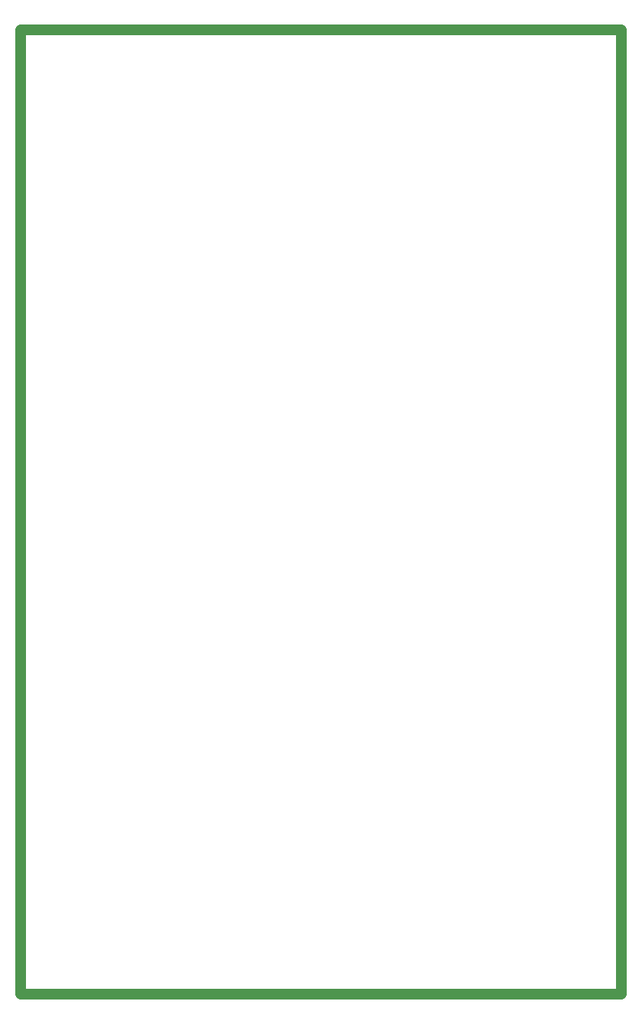
<source format=gbr>
%TF.GenerationSoftware,Altium Limited,Altium Designer,21.0.9 (235)*%
G04 Layer_Color=16711935*
%FSLAX45Y45*%
%MOMM*%
%TF.SameCoordinates,F3D1D249-BE1D-4C9D-B717-774C6D3EF77B*%
%TF.FilePolarity,Positive*%
%TF.FileFunction,Other,Mechanical_1*%
%TF.Part,Single*%
G01*
G75*
%TA.AperFunction,NonConductor*%
%ADD10C,1.20000*%
D10*
X2540000Y2286000D02*
Y12953999D01*
X9194800D01*
Y2286000D02*
Y12953999D01*
X2540000Y2286000D02*
X9194800D01*
%TF.MD5,821a4e75960419639fb97e9d3587ba9d*%
M02*

</source>
